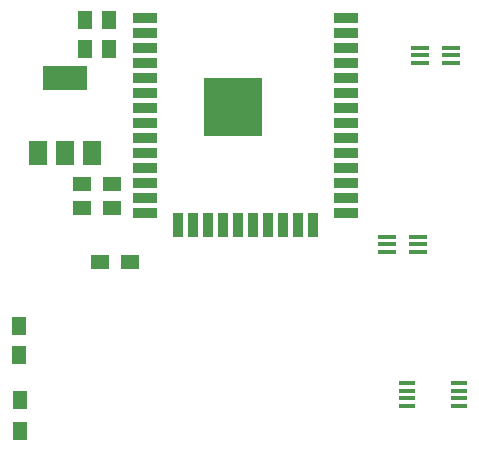
<source format=gbr>
%TF.GenerationSoftware,KiCad,Pcbnew,5.1.4*%
%TF.CreationDate,2019-10-29T20:04:43-05:00*%
%TF.ProjectId,pet_feeder,7065745f-6665-4656-9465-722e6b696361,rev?*%
%TF.SameCoordinates,Original*%
%TF.FileFunction,Paste,Top*%
%TF.FilePolarity,Positive*%
%FSLAX46Y46*%
G04 Gerber Fmt 4.6, Leading zero omitted, Abs format (unit mm)*
G04 Created by KiCad (PCBNEW 5.1.4) date 2019-10-29 20:04:43*
%MOMM*%
%LPD*%
G04 APERTURE LIST*
%ADD10R,5.000000X5.000000*%
%ADD11R,2.000000X0.900000*%
%ADD12R,0.900000X2.000000*%
%ADD13R,1.500000X1.250000*%
%ADD14R,1.250000X1.500000*%
%ADD15R,1.500000X0.400000*%
%ADD16R,3.800000X2.000000*%
%ADD17R,1.500000X2.000000*%
%ADD18R,1.300000X1.500000*%
%ADD19R,1.450000X0.450000*%
G04 APERTURE END LIST*
D10*
X143145000Y-79255000D03*
D11*
X135645000Y-71755000D03*
X135645000Y-73025000D03*
X135645000Y-74295000D03*
X135645000Y-75565000D03*
X135645000Y-76835000D03*
X135645000Y-78105000D03*
X135645000Y-79375000D03*
X135645000Y-80645000D03*
X135645000Y-81915000D03*
X135645000Y-83185000D03*
X135645000Y-84455000D03*
X135645000Y-85725000D03*
X135645000Y-86995000D03*
X135645000Y-88265000D03*
D12*
X138430000Y-89265000D03*
X139700000Y-89265000D03*
X140970000Y-89265000D03*
X142240000Y-89265000D03*
X143510000Y-89265000D03*
X144780000Y-89265000D03*
X146050000Y-89265000D03*
X147320000Y-89265000D03*
X148590000Y-89265000D03*
X149860000Y-89265000D03*
D11*
X152645000Y-88265000D03*
X152645000Y-86995000D03*
X152645000Y-85725000D03*
X152645000Y-84455000D03*
X152645000Y-83185000D03*
X152645000Y-81915000D03*
X152645000Y-80645000D03*
X152645000Y-79375000D03*
X152645000Y-78105000D03*
X152645000Y-76835000D03*
X152645000Y-75565000D03*
X152645000Y-74295000D03*
X152645000Y-73025000D03*
X152645000Y-71755000D03*
D13*
X130322000Y-85852000D03*
X132822000Y-85852000D03*
X132842000Y-87884000D03*
X130342000Y-87884000D03*
X131846000Y-92456000D03*
X134346000Y-92456000D03*
D14*
X132588000Y-71902000D03*
X132588000Y-74402000D03*
X130556000Y-71902000D03*
X130556000Y-74402000D03*
D15*
X158944000Y-74280000D03*
X158944000Y-74930000D03*
X158944000Y-75580000D03*
X161604000Y-75580000D03*
X161604000Y-74930000D03*
X161604000Y-74280000D03*
X158810000Y-90282000D03*
X158810000Y-90932000D03*
X158810000Y-91582000D03*
X156150000Y-91582000D03*
X156150000Y-90932000D03*
X156150000Y-90282000D03*
D16*
X128905000Y-76860000D03*
D17*
X128905000Y-83160000D03*
X131205000Y-83160000D03*
X126605000Y-83160000D03*
D14*
X124968000Y-100310000D03*
X124968000Y-97810000D03*
D18*
X125095000Y-106760000D03*
X125095000Y-104060000D03*
D19*
X157820000Y-102657000D03*
X157820000Y-103307000D03*
X157820000Y-103957000D03*
X157820000Y-104607000D03*
X162220000Y-104607000D03*
X162220000Y-103957000D03*
X162220000Y-103307000D03*
X162220000Y-102657000D03*
M02*

</source>
